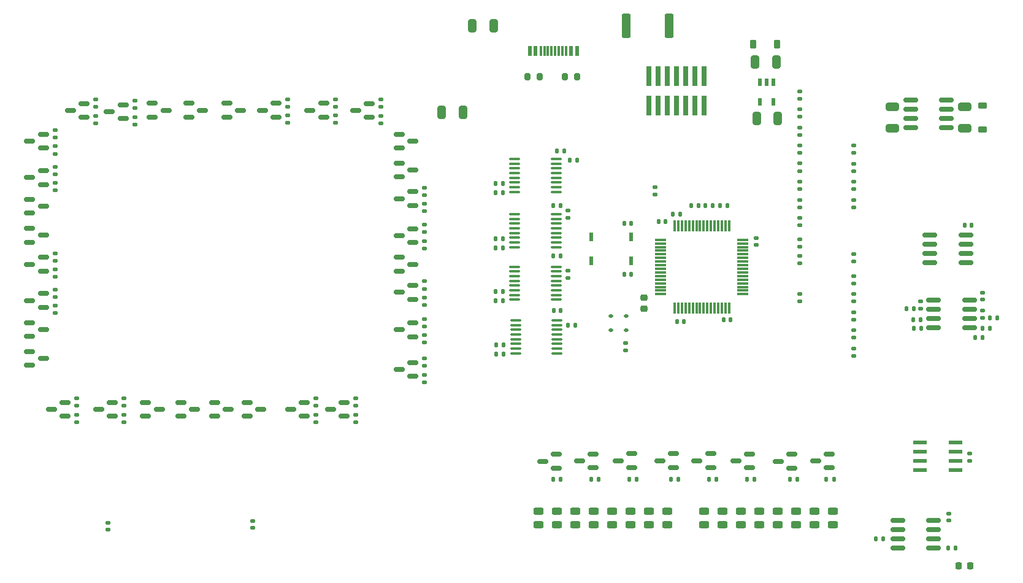
<source format=gbr>
%TF.GenerationSoftware,KiCad,Pcbnew,8.0.5*%
%TF.CreationDate,2024-11-21T16:50:38-07:00*%
%TF.ProjectId,CMPE2750,434d5045-3237-4353-902e-6b696361645f,rev?*%
%TF.SameCoordinates,Original*%
%TF.FileFunction,Paste,Top*%
%TF.FilePolarity,Positive*%
%FSLAX46Y46*%
G04 Gerber Fmt 4.6, Leading zero omitted, Abs format (unit mm)*
G04 Created by KiCad (PCBNEW 8.0.5) date 2024-11-21 16:50:38*
%MOMM*%
%LPD*%
G01*
G04 APERTURE LIST*
G04 Aperture macros list*
%AMRoundRect*
0 Rectangle with rounded corners*
0 $1 Rounding radius*
0 $2 $3 $4 $5 $6 $7 $8 $9 X,Y pos of 4 corners*
0 Add a 4 corners polygon primitive as box body*
4,1,4,$2,$3,$4,$5,$6,$7,$8,$9,$2,$3,0*
0 Add four circle primitives for the rounded corners*
1,1,$1+$1,$2,$3*
1,1,$1+$1,$4,$5*
1,1,$1+$1,$6,$7*
1,1,$1+$1,$8,$9*
0 Add four rect primitives between the rounded corners*
20,1,$1+$1,$2,$3,$4,$5,0*
20,1,$1+$1,$4,$5,$6,$7,0*
20,1,$1+$1,$6,$7,$8,$9,0*
20,1,$1+$1,$8,$9,$2,$3,0*%
G04 Aperture macros list end*
%ADD10R,1.981200X0.558800*%
%ADD11RoundRect,0.112500X-0.187500X-0.112500X0.187500X-0.112500X0.187500X0.112500X-0.187500X0.112500X0*%
%ADD12RoundRect,0.135000X0.185000X-0.135000X0.185000X0.135000X-0.185000X0.135000X-0.185000X-0.135000X0*%
%ADD13RoundRect,0.112500X0.187500X0.112500X-0.187500X0.112500X-0.187500X-0.112500X0.187500X-0.112500X0*%
%ADD14RoundRect,0.140000X-0.170000X0.140000X-0.170000X-0.140000X0.170000X-0.140000X0.170000X0.140000X0*%
%ADD15RoundRect,0.243750X-0.456250X0.243750X-0.456250X-0.243750X0.456250X-0.243750X0.456250X0.243750X0*%
%ADD16RoundRect,0.140000X-0.140000X-0.170000X0.140000X-0.170000X0.140000X0.170000X-0.140000X0.170000X0*%
%ADD17RoundRect,0.225000X0.225000X0.375000X-0.225000X0.375000X-0.225000X-0.375000X0.225000X-0.375000X0*%
%ADD18RoundRect,0.140000X0.170000X-0.140000X0.170000X0.140000X-0.170000X0.140000X-0.170000X-0.140000X0*%
%ADD19RoundRect,0.135000X0.135000X0.185000X-0.135000X0.185000X-0.135000X-0.185000X0.135000X-0.185000X0*%
%ADD20RoundRect,0.150000X-0.825000X-0.150000X0.825000X-0.150000X0.825000X0.150000X-0.825000X0.150000X0*%
%ADD21RoundRect,0.135000X-0.185000X0.135000X-0.185000X-0.135000X0.185000X-0.135000X0.185000X0.135000X0*%
%ADD22RoundRect,0.150000X0.587500X0.150000X-0.587500X0.150000X-0.587500X-0.150000X0.587500X-0.150000X0*%
%ADD23RoundRect,0.250000X0.325000X0.650000X-0.325000X0.650000X-0.325000X-0.650000X0.325000X-0.650000X0*%
%ADD24RoundRect,0.140000X0.140000X0.170000X-0.140000X0.170000X-0.140000X-0.170000X0.140000X-0.170000X0*%
%ADD25R,0.600000X1.450000*%
%ADD26R,0.300000X1.450000*%
%ADD27RoundRect,0.150000X-0.587500X-0.150000X0.587500X-0.150000X0.587500X0.150000X-0.587500X0.150000X0*%
%ADD28RoundRect,0.135000X-0.135000X-0.185000X0.135000X-0.185000X0.135000X0.185000X-0.135000X0.185000X0*%
%ADD29RoundRect,0.250000X-0.650000X0.325000X-0.650000X-0.325000X0.650000X-0.325000X0.650000X0.325000X0*%
%ADD30RoundRect,0.218750X0.218750X0.256250X-0.218750X0.256250X-0.218750X-0.256250X0.218750X-0.256250X0*%
%ADD31RoundRect,0.100000X-0.637500X-0.100000X0.637500X-0.100000X0.637500X0.100000X-0.637500X0.100000X0*%
%ADD32R,0.558800X1.244600*%
%ADD33RoundRect,0.250000X-0.362500X-1.425000X0.362500X-1.425000X0.362500X1.425000X-0.362500X1.425000X0*%
%ADD34RoundRect,0.250000X-0.325000X-0.650000X0.325000X-0.650000X0.325000X0.650000X-0.325000X0.650000X0*%
%ADD35RoundRect,0.075000X-0.700000X-0.075000X0.700000X-0.075000X0.700000X0.075000X-0.700000X0.075000X0*%
%ADD36RoundRect,0.075000X-0.075000X-0.700000X0.075000X-0.700000X0.075000X0.700000X-0.075000X0.700000X0*%
%ADD37RoundRect,0.200000X-0.200000X-0.275000X0.200000X-0.275000X0.200000X0.275000X-0.200000X0.275000X0*%
%ADD38RoundRect,0.200000X0.200000X0.275000X-0.200000X0.275000X-0.200000X-0.275000X0.200000X-0.275000X0*%
%ADD39RoundRect,0.225000X-0.375000X0.225000X-0.375000X-0.225000X0.375000X-0.225000X0.375000X0.225000X0*%
%ADD40R,0.736600X2.794000*%
%ADD41RoundRect,0.218750X0.256250X-0.218750X0.256250X0.218750X-0.256250X0.218750X-0.256250X-0.218750X0*%
%ADD42RoundRect,0.250000X0.650000X-0.325000X0.650000X0.325000X-0.650000X0.325000X-0.650000X-0.325000X0*%
%ADD43R,0.599999X1.000000*%
G04 APERTURE END LIST*
D10*
%TO.C,U13*%
X185072400Y-107750000D03*
X185072400Y-109020000D03*
X185072400Y-110290000D03*
X185072400Y-111560000D03*
X190000000Y-111560000D03*
X190000000Y-110290000D03*
X190000000Y-109020000D03*
X190000000Y-107750000D03*
%TD*%
D11*
%TO.C,D20*%
X144550000Y-90250000D03*
X142450000Y-90250000D03*
%TD*%
D12*
%TO.C,R39*%
X144500000Y-95010000D03*
X144500000Y-93990000D03*
%TD*%
D13*
%TO.C,D19*%
X144550000Y-92250000D03*
X142450000Y-92250000D03*
%TD*%
D14*
%TO.C,C16*%
X192000000Y-109270000D03*
X192000000Y-110230000D03*
%TD*%
D15*
%TO.C,D12*%
X157860000Y-117202500D03*
X157860000Y-119077500D03*
%TD*%
%TO.C,D15*%
X165480000Y-117202500D03*
X165480000Y-119077500D03*
%TD*%
D12*
%TO.C,R9*%
X176000000Y-85770000D03*
X176000000Y-84750000D03*
%TD*%
D16*
%TO.C,C2*%
X151000000Y-76250000D03*
X151960000Y-76250000D03*
%TD*%
D17*
%TO.C,D1*%
X165350000Y-52750000D03*
X162050000Y-52750000D03*
%TD*%
D18*
%TO.C,C13*%
X189050000Y-118500000D03*
X189050000Y-117540000D03*
%TD*%
D16*
%TO.C,C4*%
X149040000Y-77250000D03*
X150000000Y-77250000D03*
%TD*%
D19*
%TO.C,R182*%
X156960000Y-112760000D03*
X155940000Y-112760000D03*
%TD*%
D20*
%TO.C,U4*%
X182050000Y-118460000D03*
X182050000Y-119730000D03*
X182050000Y-121000000D03*
X182050000Y-122270000D03*
X187000000Y-122270000D03*
X187000000Y-121000000D03*
X187000000Y-119730000D03*
X187000000Y-118460000D03*
%TD*%
D12*
%TO.C,R4*%
X176000000Y-67770000D03*
X176000000Y-66750000D03*
%TD*%
%TO.C,R13*%
X176000000Y-95760000D03*
X176000000Y-94740000D03*
%TD*%
D21*
%TO.C,R47*%
X71330000Y-60410000D03*
X71330000Y-61430000D03*
%TD*%
%TO.C,R75*%
X107205000Y-101610000D03*
X107205000Y-102630000D03*
%TD*%
D22*
%TO.C,Q65*%
X172575000Y-111210000D03*
X172575000Y-109310000D03*
X170700000Y-110260000D03*
%TD*%
D23*
%TO.C,C9*%
X165250000Y-55250000D03*
X162300000Y-55250000D03*
%TD*%
D12*
%TO.C,R10*%
X176000000Y-88260000D03*
X176000000Y-87240000D03*
%TD*%
D21*
%TO.C,R50*%
X116705000Y-72560000D03*
X116705000Y-73580000D03*
%TD*%
D24*
%TO.C,C3*%
X158980000Y-90750000D03*
X158020000Y-90750000D03*
%TD*%
D21*
%TO.C,R80*%
X116705000Y-90660000D03*
X116705000Y-91680000D03*
%TD*%
D25*
%TO.C,J6*%
X137750000Y-53695000D03*
X136950000Y-53695000D03*
D26*
X135750000Y-53695000D03*
X134750000Y-53695000D03*
X134250000Y-53695000D03*
X133250000Y-53695000D03*
D25*
X132050000Y-53695000D03*
X131250000Y-53695000D03*
X131250000Y-53695000D03*
X132050000Y-53695000D03*
D26*
X132750000Y-53695000D03*
X133750000Y-53695000D03*
X135250000Y-53695000D03*
X136250000Y-53695000D03*
D25*
X136950000Y-53695000D03*
X137750000Y-53695000D03*
%TD*%
D23*
%TO.C,C31*%
X126250000Y-50250000D03*
X123300000Y-50250000D03*
%TD*%
D22*
%TO.C,Q55*%
X151075000Y-111160000D03*
X151075000Y-109260000D03*
X149200000Y-110210000D03*
%TD*%
D21*
%TO.C,R65*%
X71330000Y-62660000D03*
X71330000Y-63680000D03*
%TD*%
D19*
%TO.C,R91*%
X137510000Y-91500000D03*
X136490000Y-91500000D03*
%TD*%
D21*
%TO.C,R100*%
X116705000Y-98360000D03*
X116705000Y-99380000D03*
%TD*%
D15*
%TO.C,D8*%
X145160000Y-117202500D03*
X145160000Y-119077500D03*
%TD*%
D22*
%TO.C,Q4*%
X115080000Y-75020000D03*
X115080000Y-73120000D03*
X113205000Y-74070000D03*
%TD*%
D15*
%TO.C,D11*%
X160400000Y-117202500D03*
X160400000Y-119077500D03*
%TD*%
%TO.C,D17*%
X170560000Y-117202500D03*
X170560000Y-119077500D03*
%TD*%
%TO.C,D7*%
X147700000Y-117202500D03*
X147700000Y-119077500D03*
%TD*%
D27*
%TO.C,Q44*%
X113205000Y-82170000D03*
X113205000Y-84070000D03*
X115080000Y-83120000D03*
%TD*%
D12*
%TO.C,R2*%
X168500000Y-70250000D03*
X168500000Y-69230000D03*
%TD*%
D28*
%TO.C,R63*%
X126490000Y-73250000D03*
X127510000Y-73250000D03*
%TD*%
D15*
%TO.C,D3*%
X132460000Y-117202500D03*
X132460000Y-119077500D03*
%TD*%
D22*
%TO.C,Q53*%
X140012500Y-111210000D03*
X140012500Y-109310000D03*
X138137500Y-110260000D03*
%TD*%
%TO.C,Q25*%
X115080000Y-93120000D03*
X115080000Y-91220000D03*
X113205000Y-92170000D03*
%TD*%
D18*
%TO.C,C32*%
X73000000Y-119750000D03*
X73000000Y-118790000D03*
%TD*%
D23*
%TO.C,C10*%
X165500000Y-63000000D03*
X162550000Y-63000000D03*
%TD*%
D22*
%TO.C,Q5*%
X64080000Y-72120000D03*
X64080000Y-70220000D03*
X62205000Y-71170000D03*
%TD*%
D29*
%TO.C,C11*%
X181275000Y-61410000D03*
X181275000Y-64360000D03*
%TD*%
D24*
%TO.C,C7*%
X145230000Y-84500000D03*
X144270000Y-84500000D03*
%TD*%
D22*
%TO.C,Q23*%
X73580000Y-104070000D03*
X73580000Y-102170000D03*
X71705000Y-103120000D03*
%TD*%
D21*
%TO.C,R93*%
X107205000Y-103860000D03*
X107205000Y-104880000D03*
%TD*%
D22*
%TO.C,Q20*%
X105580000Y-104070000D03*
X105580000Y-102170000D03*
X103705000Y-103120000D03*
%TD*%
D12*
%TO.C,R21*%
X168500000Y-80720000D03*
X168500000Y-79700000D03*
%TD*%
D15*
%TO.C,D14*%
X155320000Y-117202500D03*
X155320000Y-119077500D03*
%TD*%
D21*
%TO.C,R70*%
X97830000Y-62610000D03*
X97830000Y-63630000D03*
%TD*%
%TO.C,R97*%
X116705000Y-87735000D03*
X116705000Y-88755000D03*
%TD*%
D27*
%TO.C,Q50*%
X83080000Y-102170000D03*
X83080000Y-104070000D03*
X84955000Y-103120000D03*
%TD*%
D24*
%TO.C,C27*%
X135500000Y-89500000D03*
X134540000Y-89500000D03*
%TD*%
D28*
%TO.C,R85*%
X126627500Y-94250000D03*
X127647500Y-94250000D03*
%TD*%
D21*
%TO.C,R72*%
X65705000Y-66860000D03*
X65705000Y-67880000D03*
%TD*%
D22*
%TO.C,Q51*%
X134887500Y-111260000D03*
X134887500Y-109360000D03*
X133012500Y-110310000D03*
%TD*%
D27*
%TO.C,Q41*%
X113205000Y-69170000D03*
X113205000Y-71070000D03*
X115080000Y-70120000D03*
%TD*%
D15*
%TO.C,D9*%
X150240000Y-117202500D03*
X150240000Y-119077500D03*
%TD*%
D28*
%TO.C,R56*%
X126490000Y-80875000D03*
X127510000Y-80875000D03*
%TD*%
D20*
%TO.C,U5*%
X186500000Y-79095000D03*
X186500000Y-80365000D03*
X186500000Y-81635000D03*
X186500000Y-82905000D03*
X191450000Y-82905000D03*
X191450000Y-81635000D03*
X191450000Y-80365000D03*
X191450000Y-79095000D03*
%TD*%
D22*
%TO.C,Q9*%
X109080000Y-62870000D03*
X109080000Y-60970000D03*
X107205000Y-61920000D03*
%TD*%
D18*
%TO.C,C8*%
X93000000Y-119480000D03*
X93000000Y-118520000D03*
%TD*%
D19*
%TO.C,R171*%
X151710000Y-112760000D03*
X150690000Y-112760000D03*
%TD*%
D21*
%TO.C,R82*%
X116705000Y-96110000D03*
X116705000Y-97130000D03*
%TD*%
D22*
%TO.C,Q21*%
X64080000Y-89070000D03*
X64080000Y-87170000D03*
X62205000Y-88120000D03*
%TD*%
D21*
%TO.C,R51*%
X65705000Y-69660000D03*
X65705000Y-70680000D03*
%TD*%
D20*
%TO.C,U3*%
X183800000Y-60480000D03*
X183800000Y-61750000D03*
X183800000Y-63020000D03*
X183800000Y-64290000D03*
X188750000Y-64290000D03*
X188750000Y-63020000D03*
X188750000Y-61750000D03*
X188750000Y-60480000D03*
%TD*%
D28*
%TO.C,R24*%
X155490000Y-75000000D03*
X156510000Y-75000000D03*
%TD*%
D22*
%TO.C,Q8*%
X64080000Y-67070000D03*
X64080000Y-65170000D03*
X62205000Y-66120000D03*
%TD*%
D15*
%TO.C,D5*%
X137540000Y-117202500D03*
X137540000Y-119077500D03*
%TD*%
D21*
%TO.C,R92*%
X65705000Y-83860000D03*
X65705000Y-84880000D03*
%TD*%
D12*
%TO.C,R17*%
X168500000Y-65270000D03*
X168500000Y-64250000D03*
%TD*%
D30*
%TO.C,FB2*%
X192037500Y-124710000D03*
X190462500Y-124710000D03*
%TD*%
D28*
%TO.C,R83*%
X126627500Y-95500000D03*
X127647500Y-95500000D03*
%TD*%
D24*
%TO.C,C6*%
X145230000Y-77500000D03*
X144270000Y-77500000D03*
%TD*%
D31*
%TO.C,U8*%
X129137500Y-76225000D03*
X129137500Y-76875000D03*
X129137500Y-77525000D03*
X129137500Y-78175000D03*
X129137500Y-78825000D03*
X129137500Y-79475000D03*
X129137500Y-80125000D03*
X129137500Y-80775000D03*
X134862500Y-80775000D03*
X134862500Y-80125000D03*
X134862500Y-79475000D03*
X134862500Y-78825000D03*
X134862500Y-78175000D03*
X134862500Y-77525000D03*
X134862500Y-76875000D03*
X134862500Y-76225000D03*
%TD*%
D28*
%TO.C,R25*%
X153490000Y-75000000D03*
X154510000Y-75000000D03*
%TD*%
D12*
%TO.C,R12*%
X176000000Y-93260000D03*
X176000000Y-92240000D03*
%TD*%
D19*
%TO.C,R27*%
X180060000Y-121020000D03*
X179040000Y-121020000D03*
%TD*%
D21*
%TO.C,R54*%
X65705000Y-64610000D03*
X65705000Y-65630000D03*
%TD*%
D22*
%TO.C,Q7*%
X102767500Y-62820000D03*
X102767500Y-60920000D03*
X100892500Y-61870000D03*
%TD*%
D21*
%TO.C,R48*%
X116705000Y-77660000D03*
X116705000Y-78680000D03*
%TD*%
%TO.C,R53*%
X104392500Y-60360000D03*
X104392500Y-61380000D03*
%TD*%
D22*
%TO.C,Q3*%
X75080000Y-63020000D03*
X75080000Y-61120000D03*
X73205000Y-62070000D03*
%TD*%
%TO.C,Q22*%
X100080000Y-104070000D03*
X100080000Y-102170000D03*
X98205000Y-103120000D03*
%TD*%
D27*
%TO.C,Q47*%
X87705000Y-102170000D03*
X87705000Y-104070000D03*
X89580000Y-103120000D03*
%TD*%
D32*
%TO.C,X1*%
X145250000Y-79361700D03*
X139750000Y-79361700D03*
X139750000Y-82638300D03*
X145250000Y-82638300D03*
%TD*%
D21*
%TO.C,R96*%
X75205000Y-103860000D03*
X75205000Y-104880000D03*
%TD*%
D12*
%TO.C,R8*%
X176000000Y-82770000D03*
X176000000Y-81750000D03*
%TD*%
%TO.C,R5*%
X176000000Y-70270000D03*
X176000000Y-69250000D03*
%TD*%
D28*
%TO.C,R58*%
X126490000Y-79625000D03*
X127510000Y-79625000D03*
%TD*%
D27*
%TO.C,Q46*%
X62205000Y-95170000D03*
X62205000Y-97070000D03*
X64080000Y-96120000D03*
%TD*%
D22*
%TO.C,Q63*%
X167450000Y-111260000D03*
X167450000Y-109360000D03*
X165575000Y-110310000D03*
%TD*%
D21*
%TO.C,R69*%
X65705000Y-71910000D03*
X65705000Y-72930000D03*
%TD*%
%TO.C,R71*%
X104392500Y-62610000D03*
X104392500Y-63630000D03*
%TD*%
D33*
%TO.C,R14*%
X144575000Y-50250000D03*
X150500000Y-50250000D03*
%TD*%
D31*
%TO.C,U9*%
X129137500Y-83475000D03*
X129137500Y-84125000D03*
X129137500Y-84775000D03*
X129137500Y-85425000D03*
X129137500Y-86075000D03*
X129137500Y-86725000D03*
X129137500Y-87375000D03*
X129137500Y-88025000D03*
X134862500Y-88025000D03*
X134862500Y-87375000D03*
X134862500Y-86725000D03*
X134862500Y-86075000D03*
X134862500Y-85425000D03*
X134862500Y-84775000D03*
X134862500Y-84125000D03*
X134862500Y-83475000D03*
%TD*%
D27*
%TO.C,Q42*%
X62205000Y-74170000D03*
X62205000Y-76070000D03*
X64080000Y-75120000D03*
%TD*%
D34*
%TO.C,C26*%
X119105000Y-62120000D03*
X122055000Y-62120000D03*
%TD*%
D21*
%TO.C,R77*%
X101705000Y-101610000D03*
X101705000Y-102630000D03*
%TD*%
D19*
%TO.C,R179*%
X162210000Y-112760000D03*
X161190000Y-112760000D03*
%TD*%
%TO.C,R163*%
X135460000Y-112760000D03*
X134440000Y-112760000D03*
%TD*%
D21*
%TO.C,R67*%
X76705000Y-62810000D03*
X76705000Y-63830000D03*
%TD*%
D12*
%TO.C,R16*%
X168500000Y-62750000D03*
X168500000Y-61730000D03*
%TD*%
D35*
%TO.C,U1*%
X149325000Y-79750000D03*
X149325000Y-80250000D03*
X149325000Y-80750000D03*
X149325000Y-81250000D03*
X149325000Y-81750000D03*
X149325000Y-82250000D03*
X149325000Y-82750000D03*
X149325000Y-83250000D03*
X149325000Y-83750000D03*
X149325000Y-84250000D03*
X149325000Y-84750000D03*
X149325000Y-85250000D03*
X149325000Y-85750000D03*
X149325000Y-86250000D03*
X149325000Y-86750000D03*
X149325000Y-87250000D03*
D36*
X151250000Y-89175000D03*
X151750000Y-89175000D03*
X152250000Y-89175000D03*
X152750000Y-89175000D03*
X153250000Y-89175000D03*
X153750000Y-89175000D03*
X154250000Y-89175000D03*
X154750000Y-89175000D03*
X155250000Y-89175000D03*
X155750000Y-89175000D03*
X156250000Y-89175000D03*
X156750000Y-89175000D03*
X157250000Y-89175000D03*
X157750000Y-89175000D03*
X158250000Y-89175000D03*
X158750000Y-89175000D03*
D35*
X160675000Y-87250000D03*
X160675000Y-86750000D03*
X160675000Y-86250000D03*
X160675000Y-85750000D03*
X160675000Y-85250000D03*
X160675000Y-84750000D03*
X160675000Y-84250000D03*
X160675000Y-83750000D03*
X160675000Y-83250000D03*
X160675000Y-82750000D03*
X160675000Y-82250000D03*
X160675000Y-81750000D03*
X160675000Y-81250000D03*
X160675000Y-80750000D03*
X160675000Y-80250000D03*
X160675000Y-79750000D03*
D36*
X158750000Y-77825000D03*
X158250000Y-77825000D03*
X157750000Y-77825000D03*
X157250000Y-77825000D03*
X156750000Y-77825000D03*
X156250000Y-77825000D03*
X155750000Y-77825000D03*
X155250000Y-77825000D03*
X154750000Y-77825000D03*
X154250000Y-77825000D03*
X153750000Y-77825000D03*
X153250000Y-77825000D03*
X152750000Y-77825000D03*
X152250000Y-77825000D03*
X151750000Y-77825000D03*
X151250000Y-77825000D03*
%TD*%
D15*
%TO.C,D6*%
X140080000Y-117202500D03*
X140080000Y-119077500D03*
%TD*%
D27*
%TO.C,Q37*%
X89455000Y-60920000D03*
X89455000Y-62820000D03*
X91330000Y-61870000D03*
%TD*%
%TO.C,Q38*%
X79142500Y-60920000D03*
X79142500Y-62820000D03*
X81017500Y-61870000D03*
%TD*%
D28*
%TO.C,R28*%
X189030000Y-122270000D03*
X190050000Y-122270000D03*
%TD*%
D24*
%TO.C,C5*%
X152500000Y-91000000D03*
X151540000Y-91000000D03*
%TD*%
D16*
%TO.C,C24*%
X135020000Y-67500000D03*
X135980000Y-67500000D03*
%TD*%
D22*
%TO.C,Q24*%
X115080000Y-87945000D03*
X115080000Y-86045000D03*
X113205000Y-86995000D03*
%TD*%
D19*
%TO.C,R189*%
X173210000Y-112760000D03*
X172190000Y-112760000D03*
%TD*%
%TO.C,R57*%
X137760000Y-68750000D03*
X136740000Y-68750000D03*
%TD*%
D21*
%TO.C,R78*%
X75205000Y-101610000D03*
X75205000Y-102630000D03*
%TD*%
D37*
%TO.C,R29*%
X136100000Y-57250000D03*
X137750000Y-57250000D03*
%TD*%
D21*
%TO.C,R66*%
X116705000Y-79910000D03*
X116705000Y-80930000D03*
%TD*%
D22*
%TO.C,Q58*%
X145325000Y-111160000D03*
X145325000Y-109260000D03*
X143450000Y-110210000D03*
%TD*%
D21*
%TO.C,R68*%
X116705000Y-74810000D03*
X116705000Y-75830000D03*
%TD*%
D24*
%TO.C,C14*%
X192250000Y-77750000D03*
X191290000Y-77750000D03*
%TD*%
D21*
%TO.C,R99*%
X68705000Y-103860000D03*
X68705000Y-104880000D03*
%TD*%
D19*
%TO.C,R165*%
X140700000Y-112760000D03*
X139680000Y-112760000D03*
%TD*%
D22*
%TO.C,Q6*%
X96205000Y-62820000D03*
X96205000Y-60920000D03*
X94330000Y-61870000D03*
%TD*%
D12*
%TO.C,R6*%
X176000000Y-72760000D03*
X176000000Y-71740000D03*
%TD*%
D24*
%TO.C,C25*%
X135460000Y-75000000D03*
X134500000Y-75000000D03*
%TD*%
D12*
%TO.C,R3*%
X168500000Y-67750000D03*
X168500000Y-66730000D03*
%TD*%
D28*
%TO.C,R90*%
X126490000Y-88125000D03*
X127510000Y-88125000D03*
%TD*%
D12*
%TO.C,R20*%
X168500000Y-77770000D03*
X168500000Y-76750000D03*
%TD*%
D21*
%TO.C,R79*%
X116705000Y-85485000D03*
X116705000Y-86505000D03*
%TD*%
D15*
%TO.C,D16*%
X168020000Y-117202500D03*
X168020000Y-119077500D03*
%TD*%
D12*
%TO.C,R84*%
X136500000Y-85010000D03*
X136500000Y-83990000D03*
%TD*%
D38*
%TO.C,R30*%
X132575000Y-57250000D03*
X130925000Y-57250000D03*
%TD*%
D39*
%TO.C,D2*%
X193775000Y-61235000D03*
X193775000Y-64535000D03*
%TD*%
D27*
%TO.C,Q39*%
X84205000Y-60920000D03*
X84205000Y-62820000D03*
X86080000Y-61870000D03*
%TD*%
D21*
%TO.C,R76*%
X65705000Y-86610000D03*
X65705000Y-87630000D03*
%TD*%
%TO.C,R52*%
X97830000Y-60360000D03*
X97830000Y-61380000D03*
%TD*%
%TO.C,R64*%
X136500000Y-75740000D03*
X136500000Y-76760000D03*
%TD*%
D22*
%TO.C,Q59*%
X161575000Y-111210000D03*
X161575000Y-109310000D03*
X159700000Y-110260000D03*
%TD*%
%TO.C,Q62*%
X156200000Y-111160000D03*
X156200000Y-109260000D03*
X154325000Y-110210000D03*
%TD*%
%TO.C,Q26*%
X67080000Y-104070000D03*
X67080000Y-102170000D03*
X65205000Y-103120000D03*
%TD*%
D21*
%TO.C,R98*%
X116705000Y-92910000D03*
X116705000Y-93930000D03*
%TD*%
D12*
%TO.C,R15*%
X168500000Y-60270000D03*
X168500000Y-59250000D03*
%TD*%
D27*
%TO.C,Q45*%
X62205000Y-91170000D03*
X62205000Y-93070000D03*
X64080000Y-92120000D03*
%TD*%
D40*
%TO.C,J1*%
X155276600Y-57124400D03*
X155276600Y-61188400D03*
X154006600Y-57124400D03*
X154006600Y-61188400D03*
X152736600Y-57124400D03*
X152736600Y-61188400D03*
X151466600Y-57124400D03*
X151466600Y-61188400D03*
X150196600Y-57124400D03*
X150196600Y-61188400D03*
X148926600Y-57124400D03*
X148926600Y-61188400D03*
X147656600Y-57124400D03*
X147656600Y-61188400D03*
%TD*%
D28*
%TO.C,R60*%
X126490000Y-72000000D03*
X127510000Y-72000000D03*
%TD*%
D15*
%TO.C,D10*%
X142620000Y-117202500D03*
X142620000Y-119077500D03*
%TD*%
D19*
%TO.C,R187*%
X168210000Y-112760000D03*
X167190000Y-112760000D03*
%TD*%
D24*
%TO.C,C28*%
X135460000Y-82000000D03*
X134500000Y-82000000D03*
%TD*%
D21*
%TO.C,R49*%
X76705000Y-60560000D03*
X76705000Y-61580000D03*
%TD*%
D14*
%TO.C,C1*%
X162500000Y-79520000D03*
X162500000Y-80480000D03*
%TD*%
D15*
%TO.C,D4*%
X135000000Y-117202500D03*
X135000000Y-119077500D03*
%TD*%
D27*
%TO.C,Q43*%
X62205000Y-78170000D03*
X62205000Y-80070000D03*
X64080000Y-79120000D03*
%TD*%
D28*
%TO.C,R87*%
X126490000Y-86875000D03*
X127510000Y-86875000D03*
%TD*%
D22*
%TO.C,Q19*%
X64080000Y-84070000D03*
X64080000Y-82170000D03*
X62205000Y-83120000D03*
%TD*%
D27*
%TO.C,Q49*%
X78205000Y-102170000D03*
X78205000Y-104070000D03*
X80080000Y-103120000D03*
%TD*%
%TO.C,Q48*%
X92205000Y-102170000D03*
X92205000Y-104070000D03*
X94080000Y-103120000D03*
%TD*%
D19*
%TO.C,R174*%
X145960000Y-112760000D03*
X144940000Y-112760000D03*
%TD*%
D28*
%TO.C,R23*%
X157490000Y-75000000D03*
X158510000Y-75000000D03*
%TD*%
D21*
%TO.C,R95*%
X101705000Y-103860000D03*
X101705000Y-104880000D03*
%TD*%
D22*
%TO.C,Q1*%
X69705000Y-62870000D03*
X69705000Y-60970000D03*
X67830000Y-61920000D03*
%TD*%
D21*
%TO.C,R81*%
X68705000Y-101610000D03*
X68705000Y-102630000D03*
%TD*%
D12*
%TO.C,R18*%
X168500000Y-72760000D03*
X168500000Y-71740000D03*
%TD*%
D21*
%TO.C,R55*%
X110705000Y-60410000D03*
X110705000Y-61430000D03*
%TD*%
D27*
%TO.C,Q40*%
X113205000Y-65170000D03*
X113205000Y-67070000D03*
X115080000Y-66120000D03*
%TD*%
D21*
%TO.C,R94*%
X65705000Y-88860000D03*
X65705000Y-89880000D03*
%TD*%
D22*
%TO.C,Q27*%
X115080000Y-98570000D03*
X115080000Y-96670000D03*
X113205000Y-97620000D03*
%TD*%
D31*
%TO.C,U7*%
X129137500Y-68600000D03*
X129137500Y-69250000D03*
X129137500Y-69900000D03*
X129137500Y-70550000D03*
X129137500Y-71200000D03*
X129137500Y-71850000D03*
X129137500Y-72500000D03*
X129137500Y-73150000D03*
X134862500Y-73150000D03*
X134862500Y-72500000D03*
X134862500Y-71850000D03*
X134862500Y-71200000D03*
X134862500Y-70550000D03*
X134862500Y-69900000D03*
X134862500Y-69250000D03*
X134862500Y-68600000D03*
%TD*%
D22*
%TO.C,Q2*%
X115080000Y-80120000D03*
X115080000Y-78220000D03*
X113205000Y-79170000D03*
%TD*%
D15*
%TO.C,D18*%
X173100000Y-117202500D03*
X173100000Y-119077500D03*
%TD*%
D12*
%TO.C,R1*%
X168500000Y-88250000D03*
X168500000Y-87230000D03*
%TD*%
D21*
%TO.C,R73*%
X110705000Y-62660000D03*
X110705000Y-63680000D03*
%TD*%
D12*
%TO.C,R7*%
X176000000Y-75260000D03*
X176000000Y-74240000D03*
%TD*%
D21*
%TO.C,R26*%
X148500000Y-72490000D03*
X148500000Y-73510000D03*
%TD*%
D41*
%TO.C,FB1*%
X147000000Y-89287500D03*
X147000000Y-87712500D03*
%TD*%
D42*
%TO.C,C12*%
X191275000Y-64360000D03*
X191275000Y-61410000D03*
%TD*%
D43*
%TO.C,U2*%
X164875002Y-58000000D03*
X163925001Y-58000000D03*
X162975003Y-58000000D03*
X162975003Y-60750000D03*
X164875002Y-60750000D03*
%TD*%
D12*
%TO.C,R22*%
X168500000Y-83010000D03*
X168500000Y-81990000D03*
%TD*%
%TO.C,R11*%
X176000000Y-90760000D03*
X176000000Y-89740000D03*
%TD*%
%TO.C,R19*%
X168500000Y-75260000D03*
X168500000Y-74240000D03*
%TD*%
D15*
%TO.C,D13*%
X162940000Y-117202500D03*
X162940000Y-119077500D03*
%TD*%
D21*
%TO.C,R74*%
X65705000Y-81610000D03*
X65705000Y-82630000D03*
%TD*%
D31*
%TO.C,U12*%
X129275000Y-90850000D03*
X129275000Y-91500000D03*
X129275000Y-92150000D03*
X129275000Y-92800000D03*
X129275000Y-93450000D03*
X129275000Y-94100000D03*
X129275000Y-94750000D03*
X129275000Y-95400000D03*
X135000000Y-95400000D03*
X135000000Y-94750000D03*
X135000000Y-94100000D03*
X135000000Y-93450000D03*
X135000000Y-92800000D03*
X135000000Y-92150000D03*
X135000000Y-91500000D03*
X135000000Y-90850000D03*
%TD*%
D19*
%TO.C,R37*%
X185235000Y-92000000D03*
X184215000Y-92000000D03*
%TD*%
D20*
%TO.C,U6*%
X187000000Y-88095000D03*
X187000000Y-89365000D03*
X187000000Y-90635000D03*
X187000000Y-91905000D03*
X191950000Y-91905000D03*
X191950000Y-90635000D03*
X191950000Y-89365000D03*
X191950000Y-88095000D03*
%TD*%
D28*
%TO.C,R38*%
X192715000Y-93250000D03*
X193735000Y-93250000D03*
%TD*%
D21*
%TO.C,R31*%
X185225000Y-88240000D03*
X185225000Y-89260000D03*
%TD*%
D19*
%TO.C,R34*%
X195735000Y-90500000D03*
X194715000Y-90500000D03*
%TD*%
D18*
%TO.C,C15*%
X193725000Y-88000000D03*
X193725000Y-87040000D03*
%TD*%
D28*
%TO.C,R35*%
X184205000Y-90750000D03*
X185225000Y-90750000D03*
%TD*%
D12*
%TO.C,R33*%
X193725000Y-90510000D03*
X193725000Y-89490000D03*
%TD*%
D28*
%TO.C,R32*%
X183215000Y-89250000D03*
X184235000Y-89250000D03*
%TD*%
D19*
%TO.C,R36*%
X194725000Y-92000000D03*
X193705000Y-92000000D03*
%TD*%
M02*

</source>
